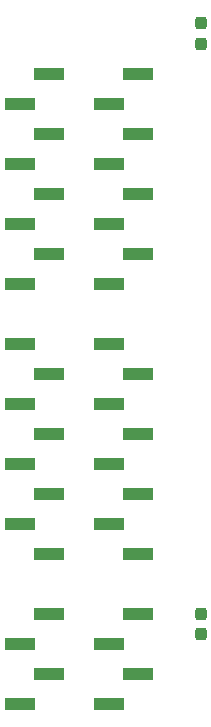
<source format=gbr>
G04 #@! TF.GenerationSoftware,KiCad,Pcbnew,9.0.6-9.0.6~ubuntu25.10.1*
G04 #@! TF.CreationDate,2025-12-24T18:24:09+09:00*
G04 #@! TF.ProjectId,bionic-ns32016,62696f6e-6963-42d6-9e73-33323031362e,2*
G04 #@! TF.SameCoordinates,Original*
G04 #@! TF.FileFunction,Paste,Bot*
G04 #@! TF.FilePolarity,Positive*
%FSLAX46Y46*%
G04 Gerber Fmt 4.6, Leading zero omitted, Abs format (unit mm)*
G04 Created by KiCad (PCBNEW 9.0.6-9.0.6~ubuntu25.10.1) date 2025-12-24 18:24:09*
%MOMM*%
%LPD*%
G01*
G04 APERTURE LIST*
G04 Aperture macros list*
%AMRoundRect*
0 Rectangle with rounded corners*
0 $1 Rounding radius*
0 $2 $3 $4 $5 $6 $7 $8 $9 X,Y pos of 4 corners*
0 Add a 4 corners polygon primitive as box body*
4,1,4,$2,$3,$4,$5,$6,$7,$8,$9,$2,$3,0*
0 Add four circle primitives for the rounded corners*
1,1,$1+$1,$2,$3*
1,1,$1+$1,$4,$5*
1,1,$1+$1,$6,$7*
1,1,$1+$1,$8,$9*
0 Add four rect primitives between the rounded corners*
20,1,$1+$1,$2,$3,$4,$5,0*
20,1,$1+$1,$4,$5,$6,$7,0*
20,1,$1+$1,$6,$7,$8,$9,0*
20,1,$1+$1,$8,$9,$2,$3,0*%
G04 Aperture macros list end*
%ADD10R,2.510000X1.000000*%
%ADD11RoundRect,0.237500X-0.237500X0.300000X-0.237500X-0.300000X0.237500X-0.300000X0.237500X0.300000X0*%
%ADD12RoundRect,0.237500X0.237500X-0.300000X0.237500X0.300000X-0.237500X0.300000X-0.237500X-0.300000X0*%
G04 APERTURE END LIST*
D10*
X116244600Y-130960000D03*
X118733800Y-128420000D03*
X116244600Y-125880000D03*
X118733800Y-123340000D03*
X118733800Y-118260000D03*
X116244600Y-115720000D03*
X118733800Y-113180000D03*
X116244600Y-110640000D03*
X118733800Y-108100000D03*
X116244600Y-105560000D03*
X118733800Y-103020000D03*
X116244600Y-100480000D03*
X116244600Y-95400000D03*
X118733800Y-92860000D03*
X116244600Y-90320000D03*
X118733800Y-87780000D03*
X116244600Y-85240000D03*
X118733800Y-82700000D03*
X116244600Y-80160000D03*
X118733800Y-77620000D03*
D11*
X123987000Y-123340000D03*
X123987000Y-125065000D03*
D12*
X123987000Y-75080000D03*
X123987000Y-73355000D03*
D10*
X111180800Y-77620000D03*
X108691600Y-80160000D03*
X111180800Y-82700000D03*
X108691600Y-85240000D03*
X111180800Y-87780000D03*
X108691600Y-90320000D03*
X111180800Y-92860000D03*
X108691600Y-95400000D03*
X108691600Y-100480000D03*
X111180800Y-103020000D03*
X108691600Y-105560000D03*
X111180800Y-108100000D03*
X108691600Y-110640000D03*
X111180800Y-113180000D03*
X108691600Y-115720000D03*
X111180800Y-118260000D03*
X111180800Y-123340000D03*
X108691600Y-125880000D03*
X111180800Y-128420000D03*
X108691600Y-130960000D03*
M02*

</source>
